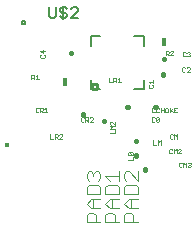
<source format=gto>
G75*
%MOIN*%
%OFA0B0*%
%FSLAX25Y25*%
%IPPOS*%
%LPD*%
%AMOC8*
5,1,8,0,0,1.08239X$1,22.5*
%
%ADD10C,0.00900*%
%ADD11C,0.00500*%
%ADD12C,0.01600*%
%ADD13C,0.00100*%
%ADD14R,0.01600X0.02800*%
%ADD15C,0.00400*%
%ADD16R,0.01772X0.01772*%
D10*
X0038878Y0056337D02*
X0038878Y0058157D01*
X0040698Y0058157D01*
X0040698Y0056337D01*
X0038878Y0056337D01*
D11*
X0038648Y0056512D02*
X0041773Y0056512D01*
X0038648Y0056512D02*
X0038648Y0059637D01*
X0038648Y0070887D02*
X0038648Y0074012D01*
X0041773Y0074012D01*
X0034180Y0080266D02*
X0031887Y0080266D01*
X0034180Y0082559D01*
X0034180Y0083132D01*
X0033607Y0083706D01*
X0032460Y0083706D01*
X0031887Y0083132D01*
X0030555Y0083132D02*
X0029982Y0083706D01*
X0028835Y0083706D01*
X0028262Y0083132D01*
X0028262Y0082559D01*
X0028835Y0081986D01*
X0029982Y0081986D01*
X0030555Y0081412D01*
X0030555Y0080839D01*
X0029982Y0080266D01*
X0028835Y0080266D01*
X0028262Y0080839D01*
X0026930Y0080839D02*
X0026930Y0083706D01*
X0024636Y0083706D02*
X0024636Y0080839D01*
X0025210Y0080266D01*
X0026356Y0080266D01*
X0026930Y0080839D01*
X0029408Y0079692D02*
X0029408Y0084279D01*
X0015497Y0078638D02*
X0015499Y0078687D01*
X0015505Y0078737D01*
X0015515Y0078785D01*
X0015528Y0078833D01*
X0015546Y0078879D01*
X0015566Y0078924D01*
X0015591Y0078967D01*
X0015619Y0079008D01*
X0015650Y0079046D01*
X0015684Y0079082D01*
X0015720Y0079115D01*
X0015759Y0079146D01*
X0015801Y0079172D01*
X0015844Y0079196D01*
X0015890Y0079216D01*
X0015936Y0079233D01*
X0015984Y0079245D01*
X0016033Y0079254D01*
X0016082Y0079259D01*
X0016131Y0079260D01*
X0016181Y0079257D01*
X0016230Y0079250D01*
X0016278Y0079239D01*
X0016325Y0079225D01*
X0016371Y0079207D01*
X0016416Y0079185D01*
X0016458Y0079159D01*
X0016498Y0079131D01*
X0016536Y0079099D01*
X0016572Y0079065D01*
X0016604Y0079027D01*
X0016634Y0078987D01*
X0016660Y0078945D01*
X0016682Y0078901D01*
X0016702Y0078856D01*
X0016717Y0078809D01*
X0016729Y0078761D01*
X0016737Y0078712D01*
X0016741Y0078663D01*
X0016741Y0078613D01*
X0016737Y0078564D01*
X0016729Y0078515D01*
X0016717Y0078467D01*
X0016702Y0078420D01*
X0016682Y0078375D01*
X0016660Y0078331D01*
X0016634Y0078289D01*
X0016604Y0078249D01*
X0016572Y0078211D01*
X0016536Y0078177D01*
X0016498Y0078145D01*
X0016458Y0078117D01*
X0016416Y0078091D01*
X0016371Y0078069D01*
X0016325Y0078051D01*
X0016278Y0078037D01*
X0016230Y0078026D01*
X0016181Y0078019D01*
X0016131Y0078016D01*
X0016082Y0078017D01*
X0016033Y0078022D01*
X0015984Y0078031D01*
X0015936Y0078043D01*
X0015890Y0078060D01*
X0015844Y0078080D01*
X0015801Y0078104D01*
X0015759Y0078130D01*
X0015720Y0078161D01*
X0015684Y0078194D01*
X0015650Y0078230D01*
X0015619Y0078268D01*
X0015591Y0078309D01*
X0015566Y0078352D01*
X0015546Y0078397D01*
X0015528Y0078443D01*
X0015515Y0078491D01*
X0015505Y0078539D01*
X0015499Y0078589D01*
X0015497Y0078638D01*
X0053023Y0074012D02*
X0056148Y0074012D01*
X0056148Y0070887D01*
X0056148Y0059637D02*
X0056148Y0056512D01*
X0053023Y0056512D01*
D12*
X0050843Y0050611D02*
X0050603Y0050611D01*
X0043072Y0045981D02*
X0042832Y0045981D01*
X0036029Y0047810D02*
X0036029Y0048050D01*
X0053654Y0039252D02*
X0053654Y0039012D01*
X0053482Y0034354D02*
X0053482Y0034114D01*
X0056632Y0029781D02*
X0056632Y0029541D01*
X0060029Y0050627D02*
X0060269Y0050627D01*
X0062664Y0061333D02*
X0062664Y0061573D01*
X0062839Y0066388D02*
X0062839Y0066628D01*
X0031913Y0068335D02*
X0031913Y0068575D01*
D13*
X0023202Y0069154D02*
X0021700Y0069154D01*
X0022451Y0068404D01*
X0022451Y0069405D01*
X0022951Y0067931D02*
X0023202Y0067681D01*
X0023202Y0067181D01*
X0022951Y0066931D01*
X0021950Y0066931D01*
X0021700Y0067181D01*
X0021700Y0067681D01*
X0021950Y0067931D01*
X0020682Y0061198D02*
X0020682Y0059697D01*
X0021182Y0059697D02*
X0020181Y0059697D01*
X0019709Y0059697D02*
X0019209Y0060197D01*
X0019459Y0060197D02*
X0018708Y0060197D01*
X0018708Y0059697D02*
X0018708Y0061198D01*
X0019459Y0061198D01*
X0019709Y0060948D01*
X0019709Y0060448D01*
X0019459Y0060197D01*
X0020181Y0060698D02*
X0020682Y0061198D01*
X0020884Y0050269D02*
X0020384Y0050269D01*
X0020134Y0050018D01*
X0020134Y0049018D01*
X0020384Y0048767D01*
X0020884Y0048767D01*
X0021135Y0049018D01*
X0021607Y0049268D02*
X0022358Y0049268D01*
X0022608Y0049518D01*
X0022608Y0050018D01*
X0022358Y0050269D01*
X0021607Y0050269D01*
X0021607Y0048767D01*
X0022107Y0049268D02*
X0022608Y0048767D01*
X0023080Y0048767D02*
X0024081Y0048767D01*
X0023581Y0048767D02*
X0023581Y0050269D01*
X0023080Y0049768D01*
X0021135Y0050018D02*
X0020884Y0050269D01*
X0025110Y0041496D02*
X0025110Y0039994D01*
X0026111Y0039994D01*
X0026584Y0039994D02*
X0026584Y0041496D01*
X0027334Y0041496D01*
X0027584Y0041246D01*
X0027584Y0040745D01*
X0027334Y0040495D01*
X0026584Y0040495D01*
X0027084Y0040495D02*
X0027584Y0039994D01*
X0028057Y0039994D02*
X0029058Y0040995D01*
X0029058Y0041246D01*
X0028807Y0041496D01*
X0028307Y0041496D01*
X0028057Y0041246D01*
X0028057Y0039994D02*
X0029058Y0039994D01*
X0035236Y0045862D02*
X0035486Y0045612D01*
X0035986Y0045612D01*
X0036236Y0045862D01*
X0036709Y0045612D02*
X0036709Y0047113D01*
X0037459Y0047113D01*
X0037710Y0046863D01*
X0037710Y0046363D01*
X0037459Y0046113D01*
X0036709Y0046113D01*
X0037209Y0046113D02*
X0037710Y0045612D01*
X0038182Y0045612D02*
X0039183Y0046613D01*
X0039183Y0046863D01*
X0038933Y0047113D01*
X0038432Y0047113D01*
X0038182Y0046863D01*
X0038182Y0045612D02*
X0039183Y0045612D01*
X0036236Y0046863D02*
X0035986Y0047113D01*
X0035486Y0047113D01*
X0035236Y0046863D01*
X0035236Y0045862D01*
X0045010Y0045410D02*
X0045010Y0044909D01*
X0045261Y0044659D01*
X0045010Y0044187D02*
X0046512Y0044187D01*
X0046512Y0044659D02*
X0045511Y0045660D01*
X0045261Y0045660D01*
X0045010Y0045410D01*
X0045010Y0044187D02*
X0045511Y0043686D01*
X0045010Y0043186D01*
X0046512Y0043186D01*
X0046512Y0042713D02*
X0046512Y0041712D01*
X0045010Y0041712D01*
X0046512Y0044659D02*
X0046512Y0045660D01*
X0051223Y0035400D02*
X0052224Y0034399D01*
X0052474Y0034649D01*
X0052474Y0035149D01*
X0052224Y0035400D01*
X0051223Y0035400D01*
X0050973Y0035149D01*
X0050973Y0034649D01*
X0051223Y0034399D01*
X0052224Y0034399D01*
X0052474Y0033926D02*
X0052474Y0032926D01*
X0050973Y0032926D01*
X0059424Y0037952D02*
X0060425Y0037952D01*
X0060898Y0037952D02*
X0060898Y0039453D01*
X0061398Y0038953D01*
X0061898Y0039453D01*
X0061898Y0037952D01*
X0059424Y0037952D02*
X0059424Y0039453D01*
X0064924Y0040220D02*
X0065174Y0039969D01*
X0065675Y0039969D01*
X0065925Y0040220D01*
X0066397Y0039969D02*
X0066397Y0041471D01*
X0066898Y0040970D01*
X0067398Y0041471D01*
X0067398Y0039969D01*
X0065925Y0041221D02*
X0065675Y0041471D01*
X0065174Y0041471D01*
X0064924Y0041221D01*
X0064924Y0040220D01*
X0065002Y0036573D02*
X0064752Y0036323D01*
X0064752Y0035322D01*
X0065002Y0035072D01*
X0065503Y0035072D01*
X0065753Y0035322D01*
X0066225Y0035072D02*
X0066225Y0036573D01*
X0066726Y0036073D01*
X0067226Y0036573D01*
X0067226Y0035072D01*
X0067699Y0035072D02*
X0068700Y0036073D01*
X0068700Y0036323D01*
X0068449Y0036573D01*
X0067949Y0036573D01*
X0067699Y0036323D01*
X0067699Y0035072D02*
X0068700Y0035072D01*
X0065753Y0036323D02*
X0065503Y0036573D01*
X0065002Y0036573D01*
X0068152Y0032000D02*
X0067902Y0031750D01*
X0067902Y0030749D01*
X0068152Y0030499D01*
X0068653Y0030499D01*
X0068903Y0030749D01*
X0069375Y0030499D02*
X0069375Y0032000D01*
X0069876Y0031500D01*
X0070376Y0032000D01*
X0070376Y0030499D01*
X0070849Y0030749D02*
X0071099Y0030499D01*
X0071599Y0030499D01*
X0071850Y0030749D01*
X0071850Y0030999D01*
X0071599Y0031249D01*
X0071349Y0031249D01*
X0071599Y0031249D02*
X0071850Y0031500D01*
X0071850Y0031750D01*
X0071599Y0032000D01*
X0071099Y0032000D01*
X0070849Y0031750D01*
X0068903Y0031750D02*
X0068653Y0032000D01*
X0068152Y0032000D01*
X0061068Y0045543D02*
X0060567Y0045543D01*
X0060317Y0045793D01*
X0061318Y0046794D01*
X0061318Y0045793D01*
X0061068Y0045543D01*
X0060317Y0045793D02*
X0060317Y0046794D01*
X0060567Y0047044D01*
X0061068Y0047044D01*
X0061318Y0046794D01*
X0059845Y0046794D02*
X0059594Y0047044D01*
X0059094Y0047044D01*
X0058844Y0046794D01*
X0058844Y0045793D01*
X0059094Y0045543D01*
X0059594Y0045543D01*
X0059845Y0045793D01*
X0059910Y0048688D02*
X0058910Y0048688D01*
X0058910Y0050189D01*
X0060383Y0049939D02*
X0060383Y0048938D01*
X0060633Y0048688D01*
X0061133Y0048688D01*
X0061384Y0048938D01*
X0061856Y0048688D02*
X0061856Y0050189D01*
X0061384Y0049939D02*
X0061133Y0050189D01*
X0060633Y0050189D01*
X0060383Y0049939D01*
X0061856Y0049439D02*
X0062857Y0049439D01*
X0063329Y0049939D02*
X0063329Y0048938D01*
X0063579Y0048688D01*
X0064080Y0048688D01*
X0064330Y0048938D01*
X0064330Y0049939D01*
X0064080Y0050189D01*
X0063579Y0050189D01*
X0063329Y0049939D01*
X0062857Y0050189D02*
X0062857Y0048688D01*
X0064803Y0048688D02*
X0064803Y0050189D01*
X0065053Y0049439D02*
X0065803Y0048688D01*
X0066276Y0048688D02*
X0067277Y0048688D01*
X0066776Y0049439D02*
X0066276Y0049439D01*
X0066276Y0050189D02*
X0066276Y0048688D01*
X0066276Y0050189D02*
X0067277Y0050189D01*
X0065803Y0050189D02*
X0064803Y0049188D01*
X0059061Y0056976D02*
X0059312Y0057226D01*
X0059312Y0057727D01*
X0059061Y0057977D01*
X0059312Y0058449D02*
X0059312Y0059450D01*
X0059312Y0058950D02*
X0057810Y0058950D01*
X0058311Y0058449D01*
X0058061Y0057977D02*
X0057810Y0057727D01*
X0057810Y0057226D01*
X0058061Y0056976D01*
X0059061Y0056976D01*
X0048553Y0058785D02*
X0047552Y0058785D01*
X0047079Y0058785D02*
X0046579Y0059286D01*
X0046829Y0059286D02*
X0046079Y0059286D01*
X0046079Y0058785D02*
X0046079Y0060287D01*
X0046829Y0060287D01*
X0047079Y0060036D01*
X0047079Y0059536D01*
X0046829Y0059286D01*
X0047552Y0059786D02*
X0048052Y0060287D01*
X0048052Y0058785D01*
X0045606Y0058785D02*
X0044605Y0058785D01*
X0044605Y0060287D01*
X0063581Y0067716D02*
X0063581Y0069217D01*
X0064332Y0069217D01*
X0064582Y0068967D01*
X0064582Y0068467D01*
X0064332Y0068217D01*
X0063581Y0068217D01*
X0064081Y0068217D02*
X0064582Y0067716D01*
X0065054Y0067716D02*
X0066055Y0068717D01*
X0066055Y0068967D01*
X0065805Y0069217D01*
X0065304Y0069217D01*
X0065054Y0068967D01*
X0065054Y0067716D02*
X0066055Y0067716D01*
X0069188Y0067596D02*
X0069438Y0067345D01*
X0069939Y0067345D01*
X0070189Y0067596D01*
X0070662Y0067596D02*
X0070912Y0067345D01*
X0071412Y0067345D01*
X0071662Y0067596D01*
X0071662Y0067846D01*
X0071412Y0068096D01*
X0071162Y0068096D01*
X0071412Y0068096D02*
X0071662Y0068346D01*
X0071662Y0068597D01*
X0071412Y0068847D01*
X0070912Y0068847D01*
X0070662Y0068597D01*
X0070189Y0068597D02*
X0069939Y0068847D01*
X0069438Y0068847D01*
X0069188Y0068597D01*
X0069188Y0067596D01*
X0069263Y0063791D02*
X0069013Y0063541D01*
X0069013Y0062540D01*
X0069263Y0062290D01*
X0069764Y0062290D01*
X0070014Y0062540D01*
X0070487Y0062290D02*
X0071487Y0063291D01*
X0071487Y0063541D01*
X0071237Y0063791D01*
X0070737Y0063791D01*
X0070487Y0063541D01*
X0070014Y0063541D02*
X0069764Y0063791D01*
X0069263Y0063791D01*
X0070487Y0062290D02*
X0071487Y0062290D01*
D14*
X0062977Y0072016D03*
X0029879Y0058860D03*
D15*
X0037909Y0029065D02*
X0037142Y0028298D01*
X0037142Y0026763D01*
X0037909Y0025996D01*
X0037909Y0024461D02*
X0037142Y0023694D01*
X0037142Y0021392D01*
X0041746Y0021392D01*
X0041746Y0023694D01*
X0040978Y0024461D01*
X0037909Y0024461D01*
X0040978Y0025996D02*
X0041746Y0026763D01*
X0041746Y0028298D01*
X0040978Y0029065D01*
X0040211Y0029065D01*
X0039444Y0028298D01*
X0039444Y0027531D01*
X0039444Y0028298D02*
X0038676Y0029065D01*
X0037909Y0029065D01*
X0043392Y0027531D02*
X0047996Y0027531D01*
X0047996Y0029065D02*
X0047996Y0025996D01*
X0047228Y0024461D02*
X0047996Y0023694D01*
X0047996Y0021392D01*
X0043392Y0021392D01*
X0043392Y0023694D01*
X0044159Y0024461D01*
X0047228Y0024461D01*
X0044926Y0025996D02*
X0043392Y0027531D01*
X0049642Y0028298D02*
X0049642Y0026763D01*
X0050409Y0025996D01*
X0050409Y0024461D02*
X0049642Y0023694D01*
X0049642Y0021392D01*
X0054246Y0021392D01*
X0054246Y0023694D01*
X0053478Y0024461D01*
X0050409Y0024461D01*
X0049642Y0028298D02*
X0050409Y0029065D01*
X0051176Y0029065D01*
X0054246Y0025996D01*
X0054246Y0029065D01*
X0054246Y0019857D02*
X0051176Y0019857D01*
X0049642Y0018323D01*
X0051176Y0016788D01*
X0054246Y0016788D01*
X0052711Y0014486D02*
X0052711Y0012184D01*
X0054246Y0012184D02*
X0049642Y0012184D01*
X0049642Y0014486D01*
X0050409Y0015254D01*
X0051944Y0015254D01*
X0052711Y0014486D01*
X0051944Y0016788D02*
X0051944Y0019857D01*
X0047996Y0019857D02*
X0044926Y0019857D01*
X0043392Y0018323D01*
X0044926Y0016788D01*
X0047996Y0016788D01*
X0046461Y0014486D02*
X0046461Y0012184D01*
X0047996Y0012184D02*
X0043392Y0012184D01*
X0043392Y0014486D01*
X0044159Y0015254D01*
X0045694Y0015254D01*
X0046461Y0014486D01*
X0045694Y0016788D02*
X0045694Y0019857D01*
X0041746Y0019857D02*
X0038676Y0019857D01*
X0037142Y0018323D01*
X0038676Y0016788D01*
X0041746Y0016788D01*
X0039444Y0016788D02*
X0039444Y0019857D01*
X0039444Y0015254D02*
X0037909Y0015254D01*
X0037142Y0014486D01*
X0037142Y0012184D01*
X0041746Y0012184D01*
X0040211Y0012184D02*
X0040211Y0014486D01*
X0039444Y0015254D01*
D16*
X0010723Y0037668D03*
M02*

</source>
